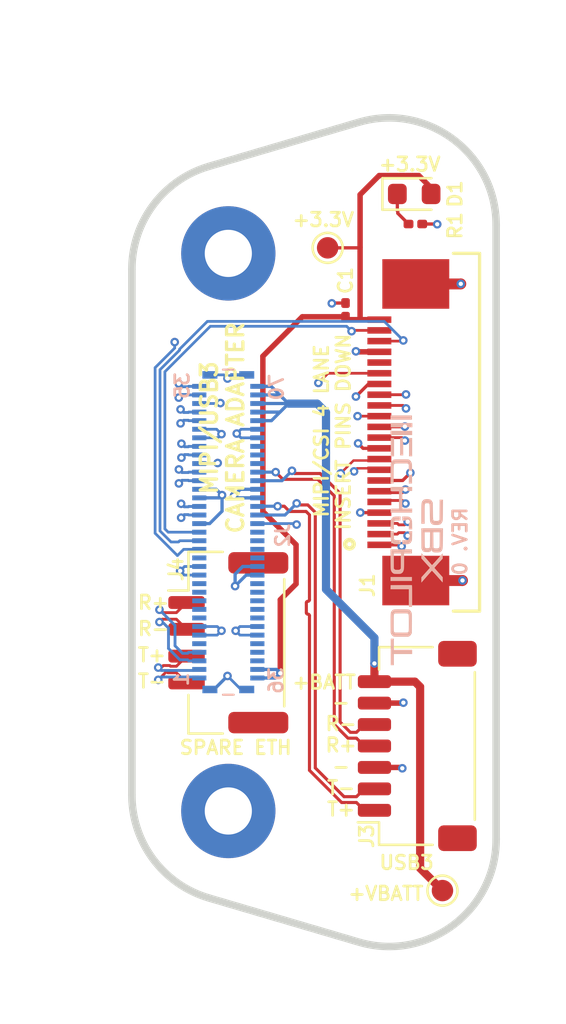
<source format=kicad_pcb>
(kicad_pcb (version 20221018) (generator pcbnew)
  (layers (0 "F.Cu" signal) (1 "In1.Cu" power "Gnd1.Cu") (2 "In2.Cu" signal "In1.Cu") (3 "In3.Cu" signal "In2.Cu") (4 "In4.Cu" power "Gnd2.Cu") (31 "B.Cu" signal) (34 "B.Paste" user) (35 "F.Paste" user) (36 "B.SilkS" user "B.Silkscreen") (37 "F.SilkS" user "F.Silkscreen") (38 "B.Mask" user) (39 "F.Mask" user) (44 "Edge.Cuts" user))
  (net 0 "")
  (net 1 "+3.3V")
  (net 2 "GND")
  (net 3 "CAM1_D0_N")
  (net 4 "CAM1_D0_P")
  (net 5 "CAM1_D1_N")
  (net 6 "CAM1_D1_P")
  (net 7 "CAM1_C_N")
  (net 8 "CAM1_C_P")
  (net 9 "CAM1_D2_N")
  (net 10 "CAM1_D2_P")
  (net 11 "CAM1_D3_N")
  (net 12 "CAM1_D3_P")
  (net 13 "CAM_GPIO")
  (net 15 "SCL0")
  (net 16 "SDA0")
  (net 17 "USB2_SSTX+")
  (net 18 "USB2_SSTX-")
  (net 19 "USB2_SSRX+")
  (net 20 "USB2_SSRX-")
  (net 21 "+VIN_PROT_PAYLOAD")
  (net 25 "ETH_PAYLOAD_TX_POSTMAG_N")
  (net 26 "ETH_PAYLOAD_TX_POSTMAG_P")
  (net 27 "ETH_PAYLOAD_RX_POSTMAG_N")
  (net 28 "ETH_PAYLOAD_RX_POSTMAG_P")
  (net 48 "Net-(D1-K)")
  (footprint "MountingHole:MountingHole_2.2mm_M2_Pad" (layer "F.Cu") (at 96 87)
    (fp_text reference "H1" hide)
    (fp_text value "MountingHole_Pad")
  )
  (footprint "Resistor_SMD:R_0201_0603Metric" (layer "F.Cu") (at 104.73 85.63)
    (fp_text reference "R1")
    (fp_text value "1.0K")
  )
  (footprint "UVDL.Pretty:CONN22_2-1734592-2" (layer "F.Cu") (at 103.05 100.589999 90)
    (fp_text reference "J1")
    (fp_text value "2-1734592-2")
  )
  (footprint "Capacitor_SMD:C_0201_0603Metric" (layer "F.Cu") (at 101.47 89.635 90)
    (fp_text reference "C1")
    (fp_text value "0.1uF")
  )
  (footprint "LED_SMD:LED_0603_1608Metric" (layer "F.Cu") (at 104.676 84.229)
    (fp_text reference "D1")
    (fp_text value "LED")
  )
  (footprint "MountingHole:MountingHole_2.2mm_M2_Pad" (layer "F.Cu") (at 96 113)
    (fp_text reference "H2" hide)
    (fp_text value "MountingHole_Pad")
  )
  (footprint "Connector_JST:JST_GH_BM04B-GHS-TBT_1x04-1MP_P1.25mm_Vertical" (layer "F.Cu") (at 96 105.155 -90)
    (fp_text reference "J4")
    (fp_text value "Conn_01x04")
  )
  (footprint "Connector_JST:JST_SH_SM07B-SRSS-TB_1x07-1MP_P1.00mm_Horizontal" (layer "F.Cu") (at 104.82 109.97 90)
    (fp_text reference "J3")
    (fp_text value "Conn_01x07")
  )
  (footprint "TestPoint:TestPoint_Pad_D1.0mm" (layer "F.Cu") (at 100.6348 86.741)
    (fp_text reference "TP1" hide)
    (fp_text value "TestPoint")
  )
  (footprint "TestPoint:TestPoint_Pad_D1.0mm" (layer "F.Cu") (at 105.9942 116.713)
    (fp_text reference "TP2" hide)
    (fp_text value "TestPoint")
  )
  (footprint "UVDL.Pretty:DF40GB70DP04V58_REV1" (layer "B.Cu") (at 96 100 90)
    (fp_text reference "J2")
    (fp_text value "DF40GB-70DP-0.4V(58)\n" hide)
  )
  (footprint "LOGO" (layer "B.Cu") (at 104.8512 100.369582 -90)
    (fp_text reference "G***" hide)
    (fp_text value "LOGO" hide)
  )
  (gr_curve (pts (xy 91.5 87.74119) (xy 91.5 85.523147) (xy 92.961255 83.570219) (xy 95.089168 82.944362)) (stroke (width 0.35)) (layer "Edge.Cuts"))
  (gr_line (start 108.5 85.682366) (end 108.5 114.317634) (stroke (width 0.35)) (layer "Edge.Cuts"))
  (gr_curve (pts (xy 102.089168 80.885539) (xy 105.291566 79.943657) (xy 108.5 82.344329) (xy 108.5 85.682366)) (stroke (width 0.35)) (layer "Edge.Cuts"))
  (gr_curve (pts (xy 95.089168 117.055638) (xy 92.961255 116.429781) (xy 91.5 114.476853) (xy 91.5 112.25881)) (stroke (width 0.35)) (layer "Edge.Cuts"))
  (gr_line (start 91.5 112.25881) (end 91.5 87.74119) (stroke (width 0.35)) (layer "Edge.Cuts"))
  (gr_curve (pts (xy 108.5 114.317634) (xy 108.5 117.655671) (xy 105.291566 120.056343) (xy 102.089168 119.114461)) (stroke (width 0.35)) (layer "Edge.Cuts"))
  (gr_line (start 95.089168 82.944362) (end 102.089168 80.885539) (stroke (width 0.35)) (layer "Edge.Cuts"))
  (gr_line (start 102.089168 119.114461) (end 95.089168 117.055638) (stroke (width 0.35)) (layer "Edge.Cuts"))
  (gr_text "70" (at 98.62 92.55 90) (layer "B.SilkS") (effects (font (size 0.635 0.635) (thickness 0.127) bold) (justify left bottom mirror)))
  (gr_text "36" (at 98.6 106.23 90) (layer "B.SilkS") (effects (font (size 0.635 0.635) (thickness 0.127) bold) (justify left bottom mirror)))
  (gr_text "REV. 0" (at 107.188 100.4316 90) (layer "B.SilkS") (effects (font (size 0.635 0.635) (thickness 0.127) bold) (justify bottom mirror)))
  (gr_text "35" (at 94.22 92.48 90) (layer "B.SilkS") (effects (font (size 0.635 0.635) (thickness 0.127) bold) (justify left bottom mirror)))
  (gr_text "1" (at 94.19 106.48 90) (layer "B.SilkS") (effects (font (size 0.635 0.635) (thickness 0.127) bold) (justify left bottom mirror)))
  (gr_text "+BATT" (at 100.47 107.37) (layer "F.SilkS") (effects (font (size 0.635 0.635) (thickness 0.127) bold) (justify bottom)))
  (gr_text "T+" (at 101.26 113.289996) (layer "F.SilkS") (effects (font (size 0.635 0.635) (thickness 0.127) bold) (justify bottom)))
  (gr_text "-" (at 101.26 108.306666) (layer "F.SilkS") (effects (font (size 0.635 0.635) (thickness 0.127) bold) (justify bottom)))
  (gr_text "SPARE ETH" (at 96.3422 110.4138) (layer "F.SilkS") (effects (font (size 0.635 0.635) (thickness 0.127) bold) (justify bottom)))
  (gr_text "R+" (at 101.26 110.299998) (layer "F.SilkS") (effects (font (size 0.635 0.635) (thickness 0.127) bold) (justify bottom)))
  (gr_text "T+" (at 92.43 106.096666) (layer "F.SilkS") (effects (font (size 0.635 0.635) (thickness 0.127) bold) (justify bottom)))
  (gr_text "R-" (at 101.26 109.303332) (layer "F.SilkS") (effects (font (size 0.635 0.635) (thickness 0.127) bold) (justify bottom)))
  (gr_text "T-" (at 101.26 112.29333) (layer "F.SilkS") (effects (font (size 0.635 0.635) (thickness 0.127) bold) (justify bottom)))
  (gr_text "INSERT PINS DOWN" (at 101.74 95.33 90) (layer "F.SilkS") (effects (font (size 0.635 0.635) (thickness 0.127) bold) (justify bottom)))
  (gr_text "R+" (at 92.505595 103.65) (layer "F.SilkS") (effects (font (size 0.635 0.635) (thickness 0.127) bold) (justify bottom)))
  (gr_text "+3.3V" (at 100.4316 85.8012) (layer "F.SilkS") (effects (font (size 0.635 0.635) (thickness 0.127) bold) (justify bottom)))
  (gr_text "T-" (at 92.43 107.32) (layer "F.SilkS") (effects (font (size 0.635 0.635) (thickness 0.127) bold) (justify bottom)))
  (gr_text "R-" (at 92.505595 104.873333) (layer "F.SilkS") (effects (font (size 0.635 0.635) (thickness 0.127) bold) (justify bottom)))
  (gr_text "+VBATT" (at 103.3526 117.221) (layer "F.SilkS") (effects (font (size 0.635 0.635) (thickness 0.127) bold) (justify bottom)))
  (gr_text "-" (at 101.26 111.296664) (layer "F.SilkS") (effects (font (size 0.635 0.635) (thickness 0.127) bold) (justify bottom)))
  (gr_text "USB3" (at 104.32 115.78) (layer "F.SilkS") (effects (font (size 0.635 0.635) (thickness 0.127) bold) (justify bottom)))
  (gr_text "+3.3V" (at 104.47 83.22) (layer "F.SilkS") (effects (font (size 0.635 0.635) (thickness 0.127) bold) (justify bottom)))
  (gr_text "MIPI/CSI 4 LANE" (at 100.72 95.28 90) (layer "F.SilkS") (effects (font (size 0.635 0.635) (thickness 0.127) bold) (justify bottom)))
  (gr_text "MIPI/USB3\nCAMERA ADAPTER" (at 96.78 95.13 90) (layer "F.SilkS") (effects (font (size 0.762 0.762) (thickness 0.1524) bold) (justify bottom)))
  (segment (start 99.1616 102.4128) (end 99.1616 100.584) (width 0.254) (layer "F.Cu") (net 1))
  (segment (start 102.15 84.26) (end 103.04 83.37) (width 0.254) (layer "F.Cu") (net 1))
  (segment (start 101.605 90.09) (end 101.47 89.955) (width 0.254) (layer "F.Cu") (net 1))
  (segment (start 103.05 90.09) (end 102.15 90.09) (width 0.254) (layer "F.Cu") (net 1))
  (segment (start 98.425 106.5784) (end 98.425 103.1494) (width 0.254) (layer "F.Cu") (net 1))
  (segment (start 104.89 83.37) (end 105.4635 83.9435) (width 0.254) (layer "F.Cu") (net 1))
  (segment (start 102.15 86.7156) (end 102.15 84.26) (width 0.254) (layer "F.Cu") (net 1))
  (segment (start 99.1616 100.584) (end 97.6122 99.0346) (width 0.254) (layer "F.Cu") (net 1))
  (segment (start 103.04 83.37) (end 104.89 83.37) (width 0.254) (layer "F.Cu") (net 1))
  (segment (start 97.6122 99.0346) (end 97.6122 91.7956) (width 0.254) (layer "F.Cu") (net 1))
  (segment (start 102.1246 86.741) (end 102.15 86.7156) (width 0.1524) (layer "F.Cu") (net 1))
  (segment (start 99.4528 89.955) (end 101.47 89.955) (width 0.254) (layer "F.Cu") (net 1))
  (segment (start 102.15 90.09) (end 101.605 90.09) (width 0.254) (layer "F.Cu") (net 1))
  (segment (start 102.15 90.09) (end 102.15 86.7156) (width 0.254) (layer "F.Cu") (net 1))
  (segment (start 97.6122 91.7956) (end 99.4528 89.955) (width 0.254) (layer "F.Cu") (net 1))
  (segment (start 100.6348 86.741) (end 102.1246 86.741) (width 0.1524) (layer "F.Cu") (net 1))
  (segment (start 105.4635 83.9435) (end 105.4635 84.229) (width 0.254) (layer "F.Cu") (net 1))
  (segment (start 98.425 103.1494) (end 99.1616 102.4128) (width 0.254) (layer "F.Cu") (net 1))
  (via (at 98.425 106.5784) (size 0.4) (drill 0.2) (layers "F.Cu" "B.Cu") (net 1))
  (segment (start 98.2466 106.4) (end 98.425 106.5784) (width 0.1524) (layer "B.Cu") (net 1))
  (segment (start 97.355 106.8) (end 98.2034 106.8) (width 0.1524) (layer "B.Cu") (net 1))
  (segment (start 97.355 106.4) (end 98.2466 106.4) (width 0.1524) (layer "B.Cu") (net 1))
  (segment (start 98.2034 106.8) (end 98.425 106.5784) (width 0.1524) (layer "B.Cu") (net 1))
  (segment (start 103.05 100.589999) (end 104.018999 100.589999) (width 0.1524) (layer "F.Cu") (net 2))
  (segment (start 102.2876 96.09) (end 102.0572 95.8596) (width 0.1524) (layer "F.Cu") (net 2))
  (segment (start 102.82 110.97) (end 104.08 110.97) (width 0.254) (layer "F.Cu") (net 2))
  (segment (start 105.05 85.63) (end 105.74 85.63) (width 0.1524) (layer "F.Cu") (net 2))
  (segment (start 104.749999 88.424999) (end 106.845001 88.424999) (width 0.508) (layer "F.Cu") (net 2))
  (segment (start 103.05 97.59) (end 104.1368 97.59) (width 0.1524) (layer "F.Cu") (net 2))
  (segment (start 106.925001 102.254999) (end 106.93 102.25) (width 0.508) (layer "F.Cu") (net 2))
  (segment (start 104.08 110.97) (end 104.12 111.01) (width 0.254) (layer "F.Cu") (net 2))
  (segment (start 102.163399 99.089999) (end 102.1588 99.0854) (width 0.1524) (layer "F.Cu") (net 2))
  (segment (start 104.749999 102.254999) (end 106.925001 102.254999) (width 0.508) (layer "F.Cu") (net 2))
  (segment (start 104.15 107.97) (end 104.17 107.95) (width 0.254) (layer "F.Cu") (net 2))
  (segment (start 103.05 94.589998) (end 102.032198 94.589998) (width 0.127) (layer "F.Cu") (net 2))
  (segment (start 104.1368 97.59) (end 104.4956 97.2312) (width 0.1524) (layer "F.Cu") (net 2))
  (segment (start 104.018999 100.589999) (end 104.0892 100.6602) (width 0.1524) (layer "F.Cu") (net 2))
  (segment (start 102.82 107.97) (end 104.15 107.97) (width 0.254) (layer "F.Cu") (net 2))
  (segment (start 100.845 89.315) (end 100.83 89.33) (width 0.1524) (layer "F.Cu") (net 2))
  (segment (start 102.540801 93.089999) (end 101.9556 93.6752) (width 0.1524) (layer "F.Cu") (net 2))
  (segment (start 105.74 85.63) (end 105.75 85.64) (width 0.1524) (layer "F.Cu") (net 2))
  (segment (start 103.05 91.589999) (end 101.978599 91.589999) (width 0.254) (layer "F.Cu") (net 2))
  (segment (start 102.032198 94.589998) (end 102.0318 94.5896) (width 0.127) (layer "F.Cu") (net 2))
  (segment (start 106.845001 88.424999) (end 106.85 88.42) (width 0.508) (layer "F.Cu") (net 2))
  (segment (start 101.978599 91.589999) (end 101.9556 91.567) (width 0.254) (layer "F.Cu") (net 2))
  (segment (start 103.05 96.09) (end 102.2876 96.09) (width 0.1524) (layer "F.Cu") (net 2))
  (segment (start 103.05 93.089999) (end 102.540801 93.089999) (width 0.1524) (layer "F.Cu") (net 2))
  (segment (start 101.47 89.315) (end 100.845 89.315) (width 0.1524) (layer "F.Cu") (net 2))
  (segment (start 103.05 99.089999) (end 102.163399 99.089999) (width 0.1524) (layer "F.Cu") (net 2))
  (via (at 93.7514 101.8032) (size 0.4) (drill 0.2) (layers "F.Cu" "B.Cu") (net 2))
  (via (at 99.187 99.6442) (size 0.4) (drill 0.2) (layers "F.Cu" "B.Cu") (net 2))
  (via (at 101.9556 91.567) (size 0.4) (drill 0.2) (layers "F.Cu" "B.Cu") (net 2))
  (via (at 100.83 89.33) (size 0.4) (drill 0.2) (layers "F.Cu" "B.Cu") (net 2))
  (via (at 106.85 88.42) (size 0.4) (drill 0.2) (layers "F.Cu" "B.Cu") (net 2))
  (via (at 104.12 111.01) (size 0.4) (drill 0.2) (layers "F.Cu" "B.Cu") (net 2))
  (via (at 106.93 102.25) (size 0.4) (drill 0.2) (layers "F.Cu" "B.Cu") (net 2))
  (via (at 96.393 95.4024) (size 0.4) (drill 0.2) (layers "F.Cu" "B.Cu") (net 2))
  (via (at 95.7072 98.2726) (size 0.4) (drill 0.2) (layers "F.Cu" "B.Cu") (net 2))
  (via (at 95.631 93.98) (size 0.4) (drill 0.2) (layers "F.Cu" "B.Cu") (net 2))
  (via (at 96.3422 104.5972) (size 0.4) (drill 0.2) (layers "F.Cu" "B.Cu") (net 2))
  (via (at 95.9612 92.837) (size 0.4) (drill 0.2) (layers "F.Cu" "B.Cu") (net 2))
  (via (at 95.9612 106.7054) (size 0.4) (drill 0.2) (layers "F.Cu" "B.Cu") (net 2))
  (via (at 102.0572 95.8596) (size 0.4) (drill 0.2) (layers "F.Cu" "B.Cu") (net 2))
  (via (at 95.504 96.774) (size 0.4) (drill 0.2) (layers "F.Cu" "B.Cu") (net 2))
  (via (at 96.266 98.298) (size 0.4) (drill 0.2) (layers "F.Cu" "B.Cu") (net 2))
  (via (at 102.1588 99.0854) (size 0.4) (drill 0.2) (layers "F.Cu" "B.Cu") (net 2))
  (via (at 102.0318 94.5896) (size 0.4) (drill 0.2) (layers "F.Cu" "B.Cu") (net 2))
  (via (at 104.17 107.95) (size 0.4) (drill 0.2) (layers "F.Cu" "B.Cu") (net 2))
  (via (at 104.0892 100.6602) (size 0.4) (drill 0.2) (layers "F.Cu" "B.Cu") (net 2))
  (via (at 95.6818 104.5972) (size 0.4) (drill 0.2) (layers "F.Cu" "B.Cu") (net 2))
  (via (at 105.75 85.64) (size 0.4) (drill 0.2) (layers "F.Cu" "B.Cu") (net 2))
  (via (at 101.9556 93.6752) (size 0.4) (drill 0.2) (layers "F.Cu" "B.Cu") (net 2))
  (via (at 96.3168 102.5144) (size 0.4) (drill 0.2) (layers "F.Cu" "B.Cu") (net 2))
  (via (at 104.4956 97.2312) (size 0.4) (drill 0.2) (layers "F.Cu" "B.Cu") (net 2))
  (via (at 95.6818 95.427802) (size 0.4) (drill 0.2) (layers "F.Cu" "B.Cu") (net 2))
  (segment (start 94.645 94) (end 95.611 94) (width 0.127) (layer "B.Cu") (net 2))
  (segment (start 97.355 95.6) (end 96.5906 95.6) (width 0.127) (layer "B.Cu") (net 2))
  (segment (start 97.355 102) (end 96.8312 102) (width 0.1524) (layer "B.Cu") (net 2))
  (segment (start 95.611 94) (end 95.631 93.98) (width 0.127) (layer "B.Cu") (net 2))
  (segment (start 95.7892 92.665) (end 95.9612 92.837) (width 0.127) (layer "B.Cu") (net 2))
  (segment (start 97.355 104.4) (end 96.5394 104.4) (width 0.127) (layer "B.Cu") (net 2))
  (segment (start 95.3316 107.335) (end 95.9612 106.7054) (width 0.1524) (layer "B.Cu") (net 2))
  (segment (start 94.645 96.8) (end 95.478 96.8) (width 0.1524) (layer "B.Cu") (net 2))
  (segment (start 96.5906 95.6) (end 96.393 95.4024) (width 0.127) (layer "B.Cu") (net 2))
  (segment (start 96.3168 101.9556) (end 96.3168 102.5144) (width 0.1524) (layer "B.Cu") (net 2))
  (segment (start 96.368 98.4) (end 96.266 98.298) (width 0.1524) (layer "B.Cu") (net 2))
  (segment (start 94.645 104.8) (end 95.479 104.8) (width 0.127) (layer "B.Cu") (net 2))
  (segment (start 94.645 98.4) (end 95.5798 98.4) (width 0.1524) (layer "B.Cu") (net 2))
  (segment (start 95.7072 99.0202) (end 95.7072 98.2726) (width 0.1524) (layer "B.Cu") (net 2))
  (segment (start 96.8312 102) (end 96.3168 102.5144) (width 0.1524) (layer "B.Cu") (net 2))
  (segment (start 96.545 104.8) (end 96.3422 104.5972) (width 0.127) (layer "B.Cu") (net 2))
  (segment (start 97.355 101.6) (end 96.6724 101.6) (width 0.1524) (layer "B.Cu") (net 2))
  (segment (start 93.9482 102) (end 93.7514 101.8032) (width 0.127) (layer "B.Cu") (net 2))
  (segment (start 95.1274 99.6) (end 95.7072 99.0202) (width 0.1524) (layer "B.Cu") (net 2))
  (segment (start 94.645 98) (end 95.4346 98) (width 0.1524) (layer "B.Cu") (net 2))
  (segment (start 97.355 98.4) (end 96.368 98.4) (width 0.1524) (layer "B.Cu") (net 2))
  (segment (start 95.453998 95.2) (end 95.6818 95.427802) (width 0.127) (layer "B.Cu") (net 2))
  (segment (start 95.509602 95.6) (end 95.6818 95.427802) (width 0.127) (layer "B.Cu") (net 2))
  (segment (start 95.14 92.665) (end 95.7892 92.665) (width 0.127) (layer "B.Cu") (net 2))
  (segment (start 93.9546 101.6) (end 93.7514 101.8032) (width 0.127) (layer "B.Cu") (net 2))
  (segment (start 97.355 95.2) (end 96.5954 95.2) (width 0.127) (layer "B.Cu") (net 2))
  (segment (start 94.645 95.2) (end 95.453998 95.2) (width 0.127) (layer "B.Cu") (net 2))
  (segment (start 99.1428 99.6) (end 99.187 99.6442) (width 0.127) (layer "B.Cu") (net 2))
  (segment (start 94.645 104.4) (end 95.4846 104.4) (width 0.127) (layer "B.Cu") (net 2))
  (segment (start 96.564 98) (end 96.266 98.298) (width 0.1524) (layer "B.Cu") (net 2))
  (segment (start 96.86 107.335) (end 96.5908 107.335) (width 0.127) (layer "B.Cu") (net 2))
  (segment (start 95.4846 104.4) (end 95.6818 104.5972) (width 0.127) (layer "B.Cu") (net 2))
  (segment (start 95.478 96.8) (end 95.504 96.774) (width 0.1524) (layer "B.Cu") (net 2))
  (segment (start 94.645 101.6) (end 93.9546 101.6) (width 0.127) (layer "B.Cu") (net 2))
  (segment (start 96.5394 104.4) (end 96.3422 104.5972) (width 0.127) (layer "B.Cu") (net 2))
  (segment (start 96.1332 92.665) (end 95.9612 92.837) (width 0.1524) (layer "B.Cu") (net 2))
  (segment (start 95.5798 98.4) (end 95.7072 98.2726) (width 0.1524) (layer "B.Cu") (net 2))
  (segment (start 94.645 99.6) (end 95.1274 99.6) (width 0.1524) (layer "B.Cu") (net 2))
  (segment (start 97.355 98) (end 96.564 98) (width 0.1524) (layer "B.Cu") (net 2))
  (segment (start 95.14 107.335) (end 95.3316 107.335) (width 0.1524) (layer "B.Cu") (net 2))
  (segment (start 96.6724 101.6) (end 96.3168 101.9556) (width 0.1524) (layer "B.Cu") (net 2))
  (segment (start 96.5954 95.2) (end 96.393 95.4024) (width 0.127) (layer "B.Cu") (net 2))
  (segment (start 97.355 99.6) (end 99.1428 99.6) (width 0.127) (layer "B.Cu") (net 2))
  (segment (start 94.645 95.6) (end 95.509602 95.6) (width 0.127) (layer "B.Cu") (net 2))
  (segment (start 95.479 104.8) (end 95.6818 104.5972) (width 0.127) (layer "B.Cu") (net 2))
  (segment (start 94.645 102) (end 93.9482 102) (width 0.127) (layer "B.Cu") (net 2))
  (segment (start 96.86 92.665) (end 96.1332 92.665) (width 0.1524) (layer "B.Cu") (net 2))
  (segment (start 97.355 104.8) (end 96.545 104.8) (width 0.127) (layer "B.Cu") (net 2))
  (segment (start 96.5908 107.335) (end 95.9612 106.7054) (width 0.127) (layer "B.Cu") (net 2))
  (segment (start 95.4346 98) (end 95.7072 98.2726) (width 0.1524) (layer "B.Cu") (net 2))
  (segment (start 103.888201 100.09) (end 103.956592 100.021609) (width 0.13208) (layer "F.Cu") (net 3))
  (segment (start 104.22448 100.021609) (end 104.3686 100.165729) (width 0.13208) (layer "F.Cu") (net 3))
  (segment (start 103.956592 100.021609) (end 104.22448 100.021609) (width 0.13208) (layer "F.Cu") (net 3))
  (segment (start 103.05 100.09) (end 103.888201 100.09) (width 0.13208) (layer "F.Cu") (net 3))
  (via (at 93.799153 98.67427) (size 0.4) (drill 0.2) (layers "F.Cu" "B.Cu") (net 3))
  (via (at 104.3686 100.165729) (size 0.4) (drill 0.2) (layers "F.Cu" "B.Cu") (net 3))
  (segment (start 94.131609 98.81839) (end 93.943273 98.81839) (width 0.13208) (layer "B.Cu") (net 3))
  (segment (start 93.943273 98.81839) (end 93.799153 98.67427) (width 0.13208) (layer "B.Cu") (net 3))
  (segment (start 94.149999 98.8) (end 94.131609 98.81839) (width 0.13208) (layer "B.Cu") (net 3))
  (segment (start 94.645 98.8) (end 94.149999 98.8) (width 0.13208) (layer "B.Cu") (net 3))
  (segment (start 103.05 99.589998) (end 103.888201 99.589998) (width 0.13208) (layer "F.Cu") (net 4))
  (segment (start 104.22448 99.658389) (end 104.3686 99.514269) (width 0.13208) (layer "F.Cu") (net 4))
  (segment (start 103.956592 99.658389) (end 104.22448 99.658389) (width 0.13208) (layer "F.Cu") (net 4))
  (segment (start 103.888201 99.589998) (end 103.956592 99.658389) (width 0.13208) (layer "F.Cu") (net 4))
  (via (at 104.3686 99.514269) (size 0.4) (drill 0.2) (layers "F.Cu" "B.Cu") (net 4))
  (via (at 93.799153 99.32573) (size 0.4) (drill 0.2) (layers "F.Cu" "B.Cu") (net 4))
  (segment (start 93.943273 99.18161) (end 93.799153 99.32573) (width 0.13208) (layer "B.Cu") (net 4))
  (segment (start 94.149999 99.2) (end 94.131609 99.18161) (width 0.13208) (layer "B.Cu") (net 4))
  (segment (start 94.131609 99.18161) (end 93.943273 99.18161) (width 0.13208) (layer "B.Cu") (net 4))
  (segment (start 94.645 99.2) (end 94.149999 99.2) (width 0.13208) (layer "B.Cu") (net 4))
  (segment (start 103.11839 98.52161) (end 104.12288 98.52161) (width 0.13208) (layer "F.Cu") (net 5))
  (segment (start 103.05 98.59) (end 103.11839 98.52161) (width 0.13208) (layer "F.Cu") (net 5))
  (segment (start 104.12288 98.52161) (end 104.267 98.66573) (width 0.13208) (layer "F.Cu") (net 5))
  (via (at 104.267 98.66573) (size 0.4) (drill 0.2) (layers "F.Cu" "B.Cu") (net 5))
  (via (at 93.692365 97.07427) (size 0.4) (drill 0.2) (layers "F.Cu" "B.Cu") (net 5))
  (segment (start 94.645 97.2) (end 94.149999 97.2) (width 0.13208) (layer "B.Cu") (net 5))
  (segment (start 94.149999 97.2) (end 94.131609 97.21839) (width 0.13208) (layer "B.Cu") (net 5))
  (segment (start 94.131609 97.21839) (end 93.836485 97.21839) (width 0.13208) (layer "B.Cu") (net 5))
  (segment (start 93.836485 97.21839) (end 93.692365 97.07427) (width 0.13208) (layer "B.Cu") (net 5))
  (segment (start 104.12288 98.15839) (end 104.267 98.01427) (width 0.13208) (layer "F.Cu") (net 6))
  (segment (start 103.118391 98.15839) (end 104.12288 98.15839) (width 0.13208) (layer "F.Cu") (net 6))
  (segment (start 103.05 98.089999) (end 103.118391 98.15839) (width 0.13208) (layer "F.Cu") (net 6))
  (via (at 104.267 98.01427) (size 0.4) (drill 0.2) (layers "F.Cu" "B.Cu") (net 6))
  (via (at 93.692365 97.72573) (size 0.4) (drill 0.2) (layers "F.Cu" "B.Cu") (net 6))
  (segment (start 94.149999 97.6) (end 94.131609 97.58161) (width 0.13208) (layer "B.Cu") (net 6))
  (segment (start 93.836485 97.58161) (end 93.692365 97.72573) (width 0.13208) (layer "B.Cu") (net 6))
  (segment (start 94.131609 97.58161) (end 93.836485 97.58161) (width 0.13208) (layer "B.Cu") (net 6))
  (segment (start 94.645 97.6) (end 94.149999 97.6) (width 0.13208) (layer "B.Cu") (net 6))
  (segment (start 102.981611 97.021609) (end 102.011785 97.021609) (width 0.11176) (layer "F.Cu") (net 7))
  (segment (start 103.05 97.089998) (end 102.981611 97.021609) (width 0.11176) (layer "F.Cu") (net 7))
  (segment (start 102.011785 97.021609) (end 101.867665 97.165729) (width 0.11176) (layer "F.Cu") (net 7))
  (via (at 93.811211 95.87427) (size 0.4) (drill 0.2) (layers "F.Cu" "B.Cu") (net 7))
  (via (at 101.867665 97.165729) (size 0.4) (drill 0.2) (layers "F.Cu" "B.Cu") (net 7))
  (segment (start 93.955331 96.01839) (end 93.811211 95.87427) (width 0.13208) (layer "B.Cu") (net 7))
  (segment (start 94.131609 96.01839) (end 93.955331 96.01839) (width 0.13208) (layer "B.Cu") (net 7))
  (segment (start 94.149999 96) (end 94.131609 96.01839) (width 0.13208) (layer "B.Cu") (net 7))
  (segment (start 94.645 96) (end 94.149999 96) (width 0.13208) (layer "B.Cu") (net 7))
  (segment (start 102.98161 96.658389) (end 103.05 96.589999) (width 0.11176) (layer "F.Cu") (net 8))
  (segment (start 101.842611 96.658389) (end 102.98161 96.658389) (width 0.11176) (layer "F.Cu") (net 8))
  (segment (start 101.2444 97.2566) (end 101.842611 96.658389) (width 0.11176) (layer "F.Cu") (net 8))
  (via (at 101.2444 97.2566) (size 0.4) (drill 0.2) (layers "F.Cu" "B.Cu") (net 8))
  (via (at 93.811211 96.52573) (size 0.4) (drill 0.2) (layers "F.Cu" "B.Cu") (net 8))
  (segment (start 94.131609 96.38161) (end 93.955331 96.38161) (width 0.13208) (layer "B.Cu") (net 8))
  (segment (start 93.955331 96.38161) (end 93.811211 96.52573) (width 0.13208) (layer "B.Cu") (net 8))
  (segment (start 94.645 96.4) (end 94.149999 96.4) (width 0.13208) (layer "B.Cu") (net 8))
  (segment (start 94.149999 96.4) (end 94.131609 96.38161) (width 0.13208) (layer "B.Cu") (net 8))
  (segment (start 104.103469 95.589999) (end 104.2416 95.72813) (width 0.13208) (layer "F.Cu") (net 9))
  (segment (start 103.05 95.589999) (end 104.103469 95.589999) (width 0.13208) (layer "F.Cu") (net 9))
  (via (at 104.2416 95.72813) (size 0.4) (drill 0.2) (layers "F.Cu" "B.Cu") (net 9))
  (via (at 93.770992 94.27427) (size 0.4) (drill 0.2) (layers "F.Cu" "B.Cu") (net 9))
  (segment (start 94.131609 94.41839) (end 93.915112 94.41839) (width 0.13208) (layer "B.Cu") (net 9))
  (segment (start 94.645 94.4) (end 94.149999 94.4) (width 0.13208) (layer "B.Cu") (net 9))
  (segment (start 93.915112 94.41839) (end 93.770992 94.27427) (width 0.13208) (layer "B.Cu") (net 9))
  (segment (start 94.149999 94.4) (end 94.131609 94.41839) (width 0.13208) (layer "B.Cu") (net 9))
  (segment (start 103.05 95.09) (end 104.22827 95.09) (width 0.13208) (layer "F.Cu") (net 10))
  (segment (start 104.22827 95.09) (end 104.2416 95.07667) (width 0.13208) (layer "F.Cu") (net 10))
  (via (at 93.770992 94.92573) (size 0.4) (drill 0.2) (layers "F.Cu" "B.Cu") (net 10))
  (via (at 104.2416 95.07667) (size 0.4) (drill 0.2) (layers "F.Cu" "B.Cu") (net 10))
  (segment (start 94.149999 94.8) (end 94.131609 94.78161) (width 0.13208) (layer "B.Cu") (net 10))
  (segment (start 93.915112 94.78161) (end 93.770992 94.92573) (width 0.13208) (layer "B.Cu") (net 10))
  (segment (start 94.645 94.8) (end 94.149999 94.8) (width 0.13208) (layer "B.Cu") (net 10))
  (segment (start 94.131609 94.78161) (end 93.915112 94.78161) (width 0.13208) (layer "B.Cu") (net 10))
  (segment (start 103.05 94.089999) (end 104.152869 94.089999) (width 0.13208) (layer "F.Cu") (net 11))
  (segment (start 104.152869 94.089999) (end 104.2924 94.22953) (width 0.13208) (layer "F.Cu") (net 11))
  (via (at 104.2924 94.22953) (size 0.4) (drill 0.2) (layers "F.Cu" "B.Cu") (net 11))
  (via (at 93.687668 93.07427) (size 0.4) (drill 0.2) (layers "F.Cu" "B.Cu") (net 11))
  (segment (start 94.149999 93.2) (end 94.131609 93.21839) (width 0.13208) (layer "B.Cu") (net 11))
  (segment (start 94.131609 93.21839) (end 93.831788 93.21839) (width 0.13208) (layer "B.Cu") (net 11))
  (segment (start 93.831788 93.21839) (end 93.687668 93.07427) (width 0.13208) (layer "B.Cu") (net 11))
  (segment (start 94.645 93.2) (end 94.149999 93.2) (width 0.13208) (layer "B.Cu") (net 11))
  (segment (start 103.05 93.59) (end 104.28047 93.59) (width 0.13208) (layer "F.Cu") (net 12))
  (segment (start 104.28047 93.59) (end 104.2924 93.57807) (width 0.13208) (layer "F.Cu") (net 12))
  (via (at 93.687668 93.72573) (size 0.4) (drill 0.2) (layers "F.Cu" "B.Cu") (net 12))
  (via (at 104.2924 93.57807) (size 0.4) (drill 0.2) (layers "F.Cu" "B.Cu") (net 12))
  (segment (start 93.831788 93.58161) (end 93.687668 93.72573) (width 0.13208) (layer "B.Cu") (net 12))
  (segment (start 94.645 93.6) (end 94.149999 93.6) (width 0.13208) (layer "B.Cu") (net 12))
  (segment (start 94.149999 93.6) (end 94.131609 93.58161) (width 0.13208) (layer "B.Cu") (net 12))
  (segment (start 94.131609 93.58161) (end 93.831788 93.58161) (width 0.13208) (layer "B.Cu") (net 12))
  (segment (start 100.6532 92.59) (end 103.05 92.59) (width 0.127) (layer "F.Cu") (net 13))
  (segment (start 100.203 93.0402) (end 100.6532 92.59) (width 0.127) (layer "F.Cu") (net 13))
  (via (at 93.4974 91.1352) (size 0.4) (drill 0.2) (layers "F.Cu" "B.Cu") (net 13))
  (via (at 100.203 93.0402) (size 0.4) (drill 0.2) (layers "F.Cu" "B.Cu") (net 13))
  (segment (start 93.6244 101.092) (end 92.583 100.0506) (width 0.127) (layer "B.Cu") (net 13))
  (segment (start 93.4974 91.4146) (end 93.4974 91.1352) (width 0.127) (layer "B.Cu") (net 13))
  (segment (start 92.583 100.0506) (end 92.583 92.329) (width 0.127) (layer "B.Cu") (net 13))
  (segment (start 93.9164 100.8) (end 93.6244 101.092) (width 0.127) (layer "B.Cu") (net 13))
  (segment (start 92.583 92.329) (end 93.4974 91.4146) (width 0.127) (layer "B.Cu") (net 13))
  (segment (start 94.645 100.8) (end 93.9164 100.8) (width 0.127) (layer "B.Cu") (net 13))
  (segment (start 104.1344 91.09) (end 104.1654 91.059) (width 0.127) (layer "F.Cu") (net 15))
  (segment (start 103.05 91.09) (end 104.1344 91.09) (width 0.127) (layer "F.Cu") (net 15))
  (via (at 104.1654 91.059) (size 0.4) (drill 0.2) (layers "F.Cu" "B.Cu") (net 15))
  (segment (start 95.021401 90.17) (end 93.726 91.465401) (width 0.127) (layer "B.Cu") (net 15))
  (segment (start 103.2764 90.17) (end 95.021401 90.17) (width 0.127) (layer "B.Cu") (net 15))
  (segment (start 92.8116 99.94209) (end 93.32651 100.457) (width 0.127) (layer "B.Cu") (net 15))
  (segment (start 93.726 91.465401) (end 93.726 91.50929) (width 0.127) (layer "B.Cu") (net 15))
  (segment (start 94.645 100.4) (end 93.7322 100.4) (width 0.127) (layer "B.Cu") (net 15))
  (segment (start 104.1654 91.059) (end 103.2764 90.17) (width 0.127) (layer "B.Cu") (net 15))
  (segment (start 93.7322 100.4) (end 93.6752 100.457) (width 0.127) (layer "B.Cu") (net 15))
  (segment (start 92.8116 92.42369) (end 92.8116 99.94209) (width 0.127) (layer "B.Cu") (net 15))
  (segment (start 93.726 91.50929) (end 92.8116 92.42369) (width 0.127) (layer "B.Cu") (net 15))
  (segment (start 93.32651 100.457) (end 93.6752 100.457) (width 0.127) (layer "B.Cu") (net 15))
  (segment (start 101.789601 90.589999) (end 103.05 90.589999) (width 0.127) (layer "F.Cu") (net 16))
  (segment (start 101.7524 90.6272) (end 101.789601 90.589999) (width 0.127) (layer "F.Cu") (net 16))
  (via (at 101.7524 90.6272) (size 0.4) (drill 0.2) (layers "F.Cu" "B.Cu") (net 16))
  (segment (start 93.1928 100) (end 93.0402 99.8474) (width 0.127) (layer "B.Cu") (net 16))
  (segment (start 94.645 100) (end 93.1928 100) (width 0.127) (layer "B.Cu") (net 16))
  (segment (start 93.0402 99.8474) (end 93.0402 92.51838) (width 0.127) (layer "B.Cu") (net 16))
  (segment (start 95.15998 90.3986) (end 101.5238 90.3986) (width 0.127) (layer "B.Cu") (net 16))
  (segment (start 101.5238 90.3986) (end 101.7524 90.6272) (width 0.127) (layer "B.Cu") (net 16))
  (segment (start 93.0402 92.51838) (end 95.15998 90.3986) (width 0.127) (layer "B.Cu") (net 16))
  (segment (start 99.78771 111.105088) (end 101.288512 112.60589) (width 0.14478) (layer "F.Cu") (net 17))
  (segment (start 102.345 112.97) (end 102.82 112.97) (width 0.14478) (layer "F.Cu") (net 17))
  (segment (start 98.8568 99.0346) (end 99.629822 99.0346) (width 0.14478) (layer "F.Cu") (net 17))
  (segment (start 99.629822 99.0346) (end 99.78771 99.192488) (width 0.14478) (layer "F.Cu") (net 17))
  (segment (start 99.78771 103.896266) (end 99.78771 111.105088) (width 0.14478) (layer "F.Cu") (net 17))
  (segment (start 99.640843 103.296266) (end 99.640843 103.7494) (width 0.14478) (layer "F.Cu") (net 17))
  (segment (start 98.6122 98.79) (end 98.8568 99.0346) (width 0.14478) (layer "F.Cu") (net 17))
  (segment (start 99.714277 103.222833) (end 99.714276 103.222833) (width 0.14478) (layer "F.Cu") (net 17))
  (segment (start 101.288512 112.60589) (end 101.98089 112.60589) (width 0.14478) (layer "F.Cu") (net 17))
  (segment (start 99.78771 99.192488) (end 99.78771 103.1494) (width 0.14478) (layer "F.Cu") (net 17))
  (segment (start 99.714276 103.822833) (end 99.714277 103.822833) (width 0.14478) (layer "F.Cu") (net 17))
  (segment (start 98.3 98.79) (end 98.6122 98.79) (width 0.14478) (layer "F.Cu") (net 17))
  (segment (start 101.98089 112.60589) (end 102.345 112.97) (width 0.14478) (layer "F.Cu") (net 17))
  (via (at 98.3 98.79) (size 0.4) (drill 0.2) (layers "F.Cu" "B.Cu") (net 17))
  (arc (start 99.640843 103.7494) (mid 99.662351 103.801325) (end 99.714276 103.822833) (width 0.14478) (layer "F.Cu") (net 17))
  (arc (start 99.78771 103.1494) (mid 99.766202 103.201325) (end 99.714277 103.222833) (width 0.14478) (layer "F.Cu") (net 17))
  (arc (start 99.714277 103.822833) (mid 99.766202 103.844341) (end 99.78771 103.896266) (width 0.14478) (layer "F.Cu") (net 17))
  (arc (start 99.714276 103.222833) (mid 99.662351 103.244341) (end 99.640843 103.296266) (width 0.14478) (layer "F.Cu") (net 17))
  (segment (start 97.365 98.79) (end 97.355 98.8) (width 0.14478) (layer "B.Cu") (net 17))
  (segment (start 98.3 98.79) (end 97.365 98.79) (width 0.14478) (layer "B.Cu") (net 17))
  (segment (start 99.2633 98.7298) (end 99.709378 98.7298) (width 0.14478) (layer "F.Cu") (net 18))
  (segment (start 101.98089 112.33411) (end 102.345 111.97) (width 0.14478) (layer "F.Cu") (net 18))
  (segment (start 101.401088 112.33411) (end 101.98089 112.33411) (width 0.14478) (layer "F.Cu") (net 18))
  (segment (start 102.345 111.97) (end 102.82 111.97) (width 0.14478) (layer "F.Cu") (net 18))
  (segment (start 99.709378 98.7298) (end 100.05949 99.079912) (width 0.14478) (layer "F.Cu") (net 18))
  (segment (start 100.05949 110.992512) (end 101.401088 112.33411) (width 0.14478) (layer "F.Cu") (net 18))
  (segment (start 99.19 98.6565) (end 99.2633 98.7298) (width 0.14478) (layer "F.Cu") (net 18))
  (segment (start 100.05949 99.079912) (end 100.05949 110.992512) (width 0.14478) (layer "F.Cu") (net 18))
  (via (at 99.19 98.6565) (size 0.4) (drill 0.2) (layers "F.Cu" "B.Cu") (net 18))
  (segment (start 97.355 99.2) (end 98.6465 99.2) (width 0.14478) (layer "B.Cu") (net 18))
  (segment (start 98.6465 99.2) (end 99.19 98.6565) (width 0.14478) (layer "B.Cu") (net 18))
  (segment (start 102.82 109.97) (end 102.345 109.97) (width 0.14478) (layer "F.Cu") (net 19))
  (segment (start 98.54589 97.53589) (end 100.173712 97.53589) (width 0.14478) (layer "F.Cu") (net 19))
  (segment (start 102.345 109.97) (end 101.98089 109.60589) (width 0.14478) (layer "F.Cu") (net 19))
  (segment (start 101.583712 109.60589) (end 100.94411 108.966288) (width 0.14478) (layer "F.Cu") (net 19))
  (segment (start 101.98089 109.60589) (end 101.583712 109.60589) (width 0.14478) (layer "F.Cu") (net 19))
  (segment (start 100.94411 108.966288) (end 100.94411 98.306288) (width 0.14478) (layer "F.Cu") (net 19))
  (segment (start 100.94411 98.306288) (end 100.173712 97.53589) (width 0.14478) (layer "F.Cu") (net 19))
  (segment (start 98.54589 97.53589) (end 98.21 97.2) (width 0.14478) (layer "F.Cu") (net 19))
  (via (at 98.21 97.2) (size 0.4) (drill 0.2) (layers "F.Cu" "B.Cu") (net 19))
  (segment (start 98.21 97.2) (end 97.355 97.2) (width 0.14478) (layer "B.Cu") (net 19))
  (segment (start 101.21589 108.853712) (end 101.21589 98.193712) (width 0.14478) (layer "F.Cu") (net 20))
  (segment (start 101.21589 98.193712) (end 100.286288 97.26411) (width 0.14478) (layer "F.Cu") (net 20))
  (segment (start 101.98089 109.33411) (end 101.696288 109.33411) (width 0.14478) (layer "F.Cu") (net 20))
  (segment (start 101.696288 109.33411) (end 101.21589 108.853712) (width 0.14478) (layer "F.Cu") (net 20))
  (segment (start 102.345 108.97) (end 101.98089 109.33411) (width 0.14478) (layer "F.Cu") (net 20))
  (segment (start 99.09761 97.26411) (end 98.97 97.1365) (width 0.14478) (layer "F.Cu") (net 20))
  (segment (start 102.82 108.97) (end 102.345 108.97) (width 0.14478) (layer "F.Cu") (net 20))
  (segment (start 100.286288 97.26411) (end 99.09761 97.26411) (width 0.14478) (layer "F.Cu") (net 20))
  (via (at 98.97 97.1365) (size 0.4) (drill 0.2) (layers "F.Cu" "B.Cu") (net 20))
  (segment (start 98.5065 97.6) (end 98.97 97.1365) (width 0.14478) (layer "B.Cu") (net 20))
  (segment (start 97.355 97.6) (end 98.5065 97.6) (width 0.14478) (layer "B.Cu") (net 20))
  (segment (start 102.82 106.97) (end 102.82 106.122) (width 0.381) (layer "F.Cu") (net 21))
  (segment (start 104.9528 115.6716) (end 105.9942 116.713) (width 0.381) (layer "F.Cu") (net 21))
  (segment (start 104.7094 106.97) (end 104.9528 107.2134) (width 0.381) (layer "F.Cu") (net 21))
  (segment (start 104.9528 107.2134) (end 104.9528 115.6716) (width 0.381) (layer "F.Cu") (net 21))
  (segment (start 102.82 106.97) (end 104.7094 106.97) (width 0.381) (layer "F.Cu") (net 21))
  (segment (start 102.82 106.122) (end 102.8192 106.1212) (width 0.381) (layer "F.Cu") (net 21))
  (via (at 102.8192 106.1212) (size 0.4) (drill 0.2) (layers "F.Cu" "B.Cu") (net 21))
  (segment (start 98.4114 94.4) (end 98.806 94.0054) (width 0.1524) (layer "B.Cu") (net 21))
  (segment (start 97.355 93.6) (end 98.4006 93.6) (width 0.1524) (layer "B.Cu") (net 21))
  (segment (start 97.355 94) (end 98.8006 94) (width 0.1524) (layer "B.Cu") (net 21))
  (segment (start 100.5586 102.6668) (end 102.8192 104.9274) (width 0.381) (layer "B.Cu") (net 21))
  (segment (start 97.355 94.8) (end 98.0114 94.8) (width 0.1524) (layer "B.Cu") (net 21))
  (segment (start 98.0006 93.2) (end 98.806 94.0054) (width 0.1524) (layer "B.Cu") (net 21))
  (segment (start 98.8006 94) (end 98.806 94.0054) (width 0.1524) (layer "B.Cu") (net 21))
  (segment (start 100.5586 94.4118) (end 100.203 94.0562) (width 0.381) (layer "B.Cu") (net 21))
  (segment (start 98.4006 93.6) (end 98.806 94.0054) (width 0.1524) (layer "B.Cu") (net 21))
  (segment (start 102.8192 106.1212) (end 102.8192 104.9274) (width 0.381) (layer "B.Cu") (net 21))
  (segment (start 100.1522 94.0054) (end 98.806 94.0054) (width 0.381) (layer "B.Cu") (net 21))
  (segment (start 97.355 94.4) (end 98.4114 94.4) (width 0.1524) (layer "B.Cu") (net 21))
  (segment (start 97.355 93.2) (end 98.0006 93.2) (width 0.1524) (layer "B.Cu") (net 21))
  (segment (start 100.5586 102.6668) (end 100.5586 94.4118) (width 0.381) (layer "B.Cu") (net 21))
  (segment (start 100.203 94.0562) (end 100.1522 94.0054) (width 0.381) (layer "B.Cu") (net 21))
  (segment (start 98.0114 94.8) (end 98.806 94.0054) (width 0.1524) (layer "B.Cu") (net 21))
  (segment (start 93.15 106.5224) (end 93.185001 106.557401) (width 0.13208) (layer "F.Cu") (net 25))
  (segment (start 93.577401 106.557401) (end 94.05 107.03) (width 0.13208) (layer "F.Cu") (net 25))
  (segment (start 92.73 106.88636) (end 93.09396 106.5224) (width 0.13208) (layer "F.Cu") (net 25))
  (segment (start 93.185001 106.557401) (end 93.577401 106.557401) (width 0.13208) (layer "F.Cu") (net 25))
  (segment (start 93.09396 106.5224) (end 93.15 106.5224) (width 0.13208) (layer "F.Cu") (net 25))
  (via (at 92.73 106.88636) (size 0.4) (drill 0.2) (layers "F.Cu" "B.Cu") (net 25))
  (segment (start 94.645 106.8) (end 94.597401 106.752401) (width 0.13208) (layer "B.Cu") (net 25))
  (segment (start 94.597401 106.752401) (end 92.863959 106.752401) (width 0.13208) (layer "B.Cu") (net 25))
  (segment (start 92.863959 106.752401) (end 92.73 106.88636) (width 0.13208) (layer "B.Cu") (net 25))
  (segment (start 93.30164 106.252599) (end 93.577401 106.252599) (width 0.13208) (layer "F.Cu") (net 26))
  (segment (start 93.577401 106.252599) (end 94.05 105.78) (width 0.13208) (layer "F.Cu") (net 26))
  (segment (start 92.871667 106.31364) (end 92.967707 106.2176) (width 0.13208) (layer "F.Cu") (net 26))
  (segment (start 93.266641 106.2176) (end 93.30164 106.252599) (width 0.13208) (layer "F.Cu") (net 26))
  (segment (start 92.73 106.31364) (end 92.871667 106.31364) (width 0.13208) (layer "F.Cu") (net 26))
  (segment (start 92.967707 106.2176) (end 93.266641 106.2176) (width 0.13208) (layer "F.Cu") (net 26))
  (via (at 92.73 106.31364) (size 0.4) (drill 0.2) (layers "F.Cu" "B.Cu") (net 26))
  (segment (start 92.863959 106.447599) (end 92.73 106.31364) (width 0.13208) (layer "B.Cu") (net 26))
  (segment (start 94.597401 106.447599) (end 92.863959 106.447599) (width 0.13208) (layer "B.Cu") (net 26))
  (segment (start 94.645 106.4) (end 94.597401 106.447599) (width 0.13208) (layer "B.Cu") (net 26))
  (segment (start 93.577401 104.057401) (end 92.920424 104.057401) (width 0.13208) (layer "F.Cu") (net 27))
  (segment (start 92.920424 104.057401) (end 92.786465 104.19136) (width 0.13208) (layer "F.Cu") (net 27))
  (segment (start 94.05 104.53) (end 93.577401 104.057401) (width 0.13208) (layer "F.Cu") (net 27))
  (via (at 92.786465 104.19136) (size 0.4) (drill 0.2) (layers "F.Cu" "B.Cu") (net 27))
  (segment (start 94.149999 106) (end 94.645 106) (width 0.13208) (layer "B.Cu") (net 27))
  (segment (start 92.786465 104.19136) (end 92.928132 104.19136) (width 0.13208) (layer "B.Cu") (net 27))
  (segment (start 93.2076 105.423128) (end 93.736872 105.9524) (width 0.13208) (layer "B.Cu") (net 27))
  (segment (start 92.928132 104.19136) (end 93.2076 104.470828) (width 0.13208) (layer "B.Cu") (net 27))
  (segment (start 93.736872 105.9524) (end 94.102399 105.9524) (width 0.13208) (layer "B.Cu") (net 27))
  (segment (start 93.2076 104.470828) (end 93.2076 105.423128) (width 0.13208) (layer "B.Cu") (net 27))
  (segment (start 94.102399 105.9524) (end 94.149999 106) (width 0.13208) (layer "B.Cu") (net 27))
  (segment (start 93.577401 103.752599) (end 92.920424 103.752599) (width 0.13208) (layer "F.Cu") (net 28))
  (segment (start 94.05 103.28) (end 93.577401 103.752599) (width 0.13208) (layer "F.Cu") (net 28))
  (segment (start 92.920424 103.752599) (end 92.786465 103.61864) (width 0.13208) (layer "F.Cu") (net 28))
  (via (at 92.786465 103.61864) (size 0.4) (drill 0.2) (layers "F.Cu" "B.Cu") (net 28))
  (segment (start 94.102399 105.6476) (end 94.149999 105.6) (width 0.13208) (layer "B.Cu") (net 28))
  (segment (start 93.863128 105.6476) (end 94.102399 105.6476) (width 0.13208) (layer "B.Cu") (net 28))
  (segment (start 93.5124 104.344575) (end 93.5124 105.296872) (width 0.13208) (layer "B.Cu") (net 28))
  (segment (start 92.786465 103.61864) (end 93.5124 104.344575) (width 0.13208) (layer "B.Cu") (net 28))
  (segment (start 94.149999 105.6) (end 94.645 105.6) (width 0.13208) (layer "B.Cu") (net 28))
  (segment (start 93.5124 105.296872) (end 93.863128 105.6476) (width 0.13208) (layer "B.Cu") (net 28))
  (segment (start 104.41 85.63) (end 103.91 85.13) (width 0.1524) (layer "F.Cu") (net 48))
  (segment (start 103.91 85.13) (end 103.91 85.04) (width 0.1524) (layer "F.Cu") (net 48))
  (segment (start 103.8885 85.0185) (end 103.8885 84.229) (width 0.1524) (layer "F.Cu") (net 48))
  (segment (start 103.91 85.04) (end 103.8885 85.0185) (width 0.1524) (layer "F.Cu") (net 48))
)
</source>
